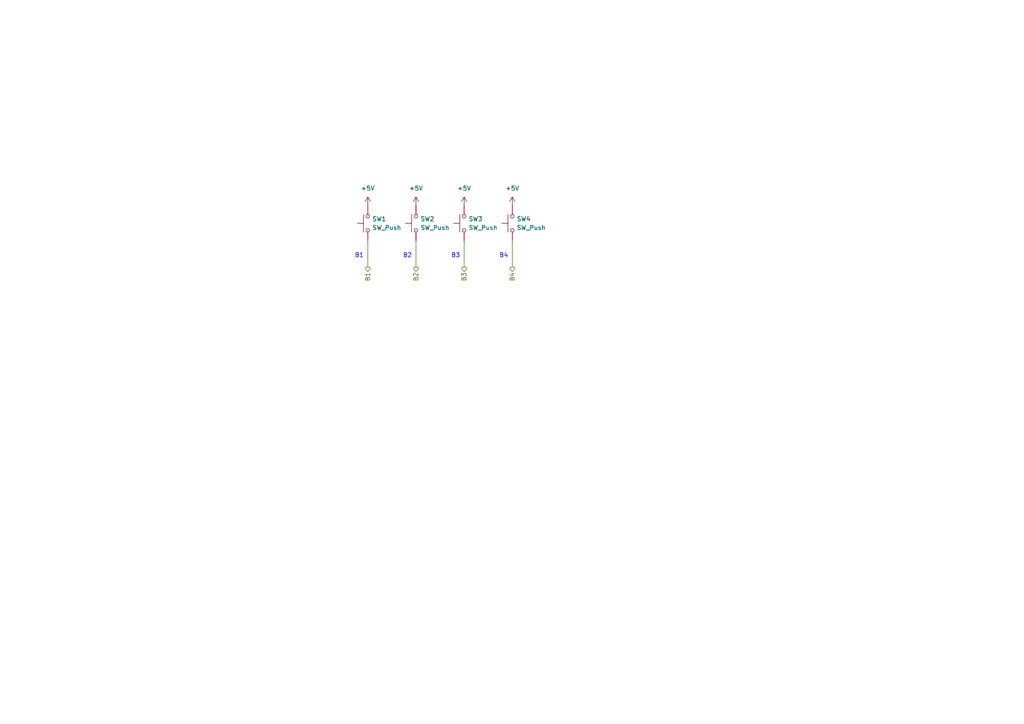
<source format=kicad_sch>
(kicad_sch (version 20230121) (generator eeschema)
  (paper "A4")
  (lib_symbols
    (symbol "Switch:SW_Push" (pin_numbers hide) (pin_names (offset 1.016) hide)
      (property "Reference" "SW" (at 1.27 2.54 0))
      (property "Value" "SW_Push" (at 0 -1.524 0))
      (symbol "SW_Push_0_1"
        (circle (center -2.032 0) (radius 0.508))
        (polyline (pts (xy 0 1.27) (xy 0 3.048)))
        (polyline (pts (xy 2.54 1.27) (xy -2.54 1.27)))
        (circle (center 2.032 0) (radius 0.508))
        (pin passive line (at -5.08 0 0) (length 2.54) (name "1") (number "1"))
        (pin passive line (at 5.08 0 180) (length 2.54) (name "2") (number "2"))
      )
    )
    (symbol "power:+5V" (power) (pin_names (offset 0))
      (property "Value" "+5V" (at 0 3.556 0))
      (symbol "+5V_0_1"
        (polyline (pts (xy -0.762 1.27) (xy 0 2.54)))
        (polyline (pts (xy 0 0) (xy 0 2.54)))
        (polyline (pts (xy 0 2.54) (xy 0.762 1.27)))
      )
      (symbol "+5V_1_1"
        (pin power_in line (at 0 0 90) (length 0) hide (name "+5V") (number "1"))
      )
    )
  )
  (wire (pts (xy 106.68 69.85) (xy 106.68 77.47)))
  (wire (pts (xy 148.59 69.85) (xy 148.59 77.47)))
  (wire (pts (xy 134.62 69.85) (xy 134.62 77.47)))
  (wire (pts (xy 120.65 69.85) (xy 120.65 77.47)))
  (text "B2" (at 116.84 74.93 0) (effects (font (size 1.27 1.27)) (justify left bottom)))
  (text "B3" (at 130.81 74.93 0) (effects (font (size 1.27 1.27)) (justify left bottom)))
  (text "B4" (at 144.78 74.93 0) (effects (font (size 1.27 1.27)) (justify left bottom)))
  (text "B1" (at 102.87 74.93 0) (effects (font (size 1.27 1.27)) (justify left bottom)))
  (hierarchical_label "B1" (shape output) (at 106.68 77.47 270))
  (hierarchical_label "B2" (shape output) (at 120.65 77.47 270))
  (hierarchical_label "B4" (shape output) (at 148.59 77.47 270))
  (hierarchical_label "B3" (shape output) (at 134.62 77.47 270))
  (symbol (lib_id "power:+5V") (at 106.68 59.69 0) (unit 1)
    (property "Reference" "#PWR?" (effects hide))
    (property "Value" "+5V" (at 106.68 54.61 0))
  )
  (symbol (lib_id "Switch:SW_Push") (at 106.68 64.77 90) (unit 1)
    (property "Reference" "SW1" (at 107.95 63.4999 90) (effects (justify right)))
    (property "Value" "SW_Push" (at 107.95 66.0399 90) (effects (justify right)))
  )
  (symbol (lib_id "power:+5V") (at 148.59 59.69 0) (unit 1)
    (property "Reference" "#PWR?" (effects hide))
    (property "Value" "+5V" (at 148.59 54.61 0))
  )
  (symbol (lib_id "power:+5V") (at 120.65 59.69 0) (unit 1)
    (property "Reference" "#PWR?" (effects hide))
    (property "Value" "+5V" (at 120.65 54.61 0))
  )
  (symbol (lib_id "Switch:SW_Push") (at 148.59 64.77 90) (unit 1)
    (property "Reference" "SW4" (at 149.86 63.4999 90) (effects (justify right)))
    (property "Value" "SW_Push" (at 149.86 66.0399 90) (effects (justify right)))
  )
  (symbol (lib_id "Switch:SW_Push") (at 120.65 64.77 90) (unit 1)
    (property "Reference" "SW2" (at 121.92 63.4999 90) (effects (justify right)))
    (property "Value" "SW_Push" (at 121.92 66.0399 90) (effects (justify right)))
  )
  (symbol (lib_id "power:+5V") (at 134.62 59.69 0) (unit 1)
    (property "Reference" "#PWR?" (effects hide))
    (property "Value" "+5V" (at 134.62 54.61 0))
  )
  (symbol (lib_id "Switch:SW_Push") (at 134.62 64.77 90) (unit 1)
    (property "Reference" "SW3" (at 135.89 63.4999 90) (effects (justify right)))
    (property "Value" "SW_Push" (at 135.89 66.0399 90) (effects (justify right)))
  )
)
</source>
